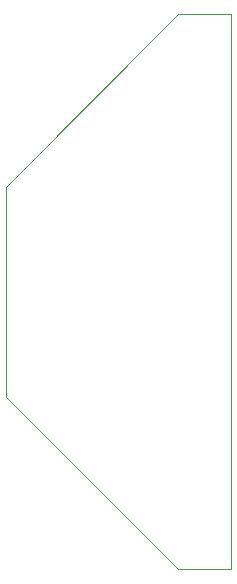
<source format=gbr>
G04 #@! TF.GenerationSoftware,KiCad,Pcbnew,5.1.5-52549c5~84~ubuntu18.04.1*
G04 #@! TF.CreationDate,2020-01-16T16:08:21-05:00*
G04 #@! TF.ProjectId,PIC16LF18326_breakout,50494331-364c-4463-9138-3332365f6272,rev?*
G04 #@! TF.SameCoordinates,Original*
G04 #@! TF.FileFunction,Profile,NP*
%FSLAX46Y46*%
G04 Gerber Fmt 4.6, Leading zero omitted, Abs format (unit mm)*
G04 Created by KiCad (PCBNEW 5.1.5-52549c5~84~ubuntu18.04.1) date 2020-01-16 16:08:21*
%MOMM*%
%LPD*%
G04 APERTURE LIST*
%ADD10C,0.050000*%
%ADD11C,0.100000*%
G04 APERTURE END LIST*
D10*
X125095000Y-100965000D02*
X125095000Y-118745000D01*
X139700000Y-86360000D02*
X125095000Y-100965000D01*
X144145000Y-86360000D02*
X139700000Y-86360000D01*
X139700000Y-133350000D02*
X125095000Y-118745000D01*
X144145000Y-133350000D02*
X139700000Y-133350000D01*
D11*
X144145000Y-86360000D02*
X144145000Y-133350000D01*
M02*

</source>
